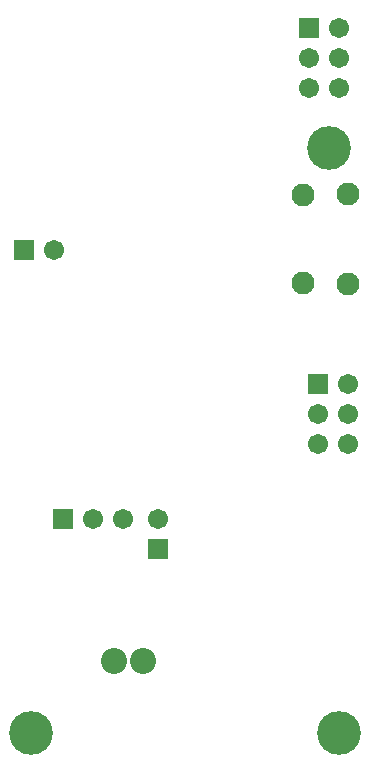
<source format=gbs>
G04 Layer_Color=16711935*
%FSLAX44Y44*%
%MOMM*%
G71*
G01*
G75*
%ADD58C,1.9532*%
%ADD59C,1.7032*%
%ADD60R,1.7032X1.7032*%
%ADD61C,2.2032*%
%ADD62R,1.7032X1.7032*%
%ADD63C,3.7032*%
D58*
X262402Y487249D02*
D03*
Y412749D02*
D03*
X300452Y411749D02*
D03*
X300452Y488249D02*
D03*
D59*
X110000Y213000D02*
D03*
X84600D02*
D03*
X292700Y577850D02*
D03*
X267300D02*
D03*
X292700Y603250D02*
D03*
X267300D02*
D03*
X292700Y628650D02*
D03*
X51450Y441000D02*
D03*
X300700Y327400D02*
D03*
X275300Y302000D02*
D03*
X300700D02*
D03*
X275300Y276600D02*
D03*
X300700D02*
D03*
X140000Y212700D02*
D03*
D60*
X59200Y213000D02*
D03*
X26050Y441000D02*
D03*
D61*
X102500Y93000D02*
D03*
X127500D02*
D03*
D62*
X267300Y628650D02*
D03*
X275300Y327400D02*
D03*
X140000Y187300D02*
D03*
D63*
X285000Y527000D02*
D03*
X32000Y32000D02*
D03*
X293000D02*
D03*
M02*

</source>
